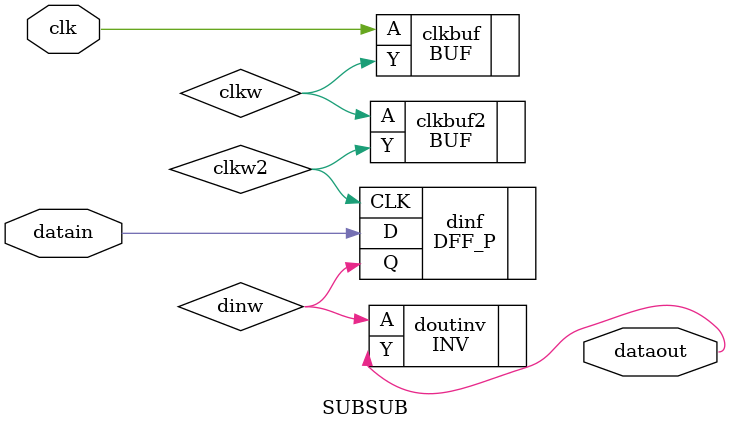
<source format=v>
module TOP (
  clk,
  datain,
  dataout
);
  input clk;
  input datain;
  output dataout;

  wire clk, datain, dataout;

  SUB sub (
    .clk(clk),
    .datain(datain),
    .dataout(dataout)
  );

endmodule

module SUB (
  clk,
  datain,
  dataout
);
  input clk;
  input datain;
  output dataout;

  wire clk, datain, dataout;

  SUBSUB sub (
    .clk(clk),
    .datain(datain),
    .dataout(dataout)
  );

endmodule

module SUBSUB (
  clk,
  datain,
  dataout
);
  input clk;
  input datain;
  output dataout;

  wire clk, datain, dataout;

  wire clkw, clkw2;
  BUF clkbuf  (.A(clk), .Y(clkw));
  BUF clkbuf2 (.A(clkw), .Y(clkw2));

  reg dinw;
//always @(posedge clkw) begin
//  dinw <= datain;
//end
  DFF_P dinf (.CLK(clkw2), .D(datain), .Q(dinw));

  INV doutinv (.A(dinw), .Y(dataout));


endmodule
// vim: sw=2 ts=2 expandtab softtabstop=2:

</source>
